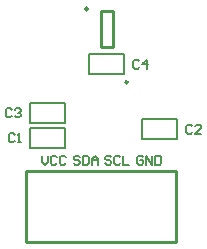
<source format=gto>
G04*
G04 #@! TF.GenerationSoftware,Altium Limited,CircuitStudio,1.5.2 (30)*
G04*
G04 Layer_Color=15065295*
%FSLAX25Y25*%
%MOIN*%
G70*
G01*
G75*
%ADD22C,0.01000*%
%ADD23C,0.00500*%
%ADD24C,0.00700*%
D22*
X343701Y273622D02*
G03*
X343701Y273622I-394J0D01*
G01*
X330315Y298031D02*
G03*
X330315Y298031I-394J0D01*
G01*
X309646Y220472D02*
Y244094D01*
X359646D01*
Y220472D02*
Y244094D01*
X309646Y220472D02*
X359646D01*
X334646Y285433D02*
Y297244D01*
Y285433D02*
X338583D01*
Y297244D01*
X334646D02*
X338583D01*
D23*
X342520Y276181D02*
Y282874D01*
X330709Y276181D02*
X342520D01*
X330709Y282874D02*
X342520D01*
X330709Y276181D02*
Y282874D01*
X348425Y254527D02*
Y261221D01*
X360236D01*
X348425Y254527D02*
X360236D01*
Y261221D01*
X322835Y251772D02*
Y258465D01*
X311024Y251772D02*
X322835D01*
X311024Y258465D02*
X322835D01*
X311024Y251772D02*
Y258465D01*
X322835Y260039D02*
Y266732D01*
X311024Y260039D02*
X322835D01*
X311024Y266732D02*
X322835D01*
X311024Y260039D02*
Y266732D01*
D24*
X348850Y248562D02*
X348350Y249062D01*
X347350D01*
X346850Y248562D01*
Y246563D01*
X347350Y246063D01*
X348350D01*
X348850Y246563D01*
Y247563D01*
X347850D01*
X349849Y246063D02*
Y249062D01*
X351849Y246063D01*
Y249062D01*
X352849D02*
Y246063D01*
X354348D01*
X354848Y246563D01*
Y248562D01*
X354348Y249062D01*
X352849D01*
X338220Y248562D02*
X337720Y249062D01*
X336720D01*
X336221Y248562D01*
Y248062D01*
X336720Y247563D01*
X337720D01*
X338220Y247063D01*
Y246563D01*
X337720Y246063D01*
X336720D01*
X336221Y246563D01*
X341219Y248562D02*
X340719Y249062D01*
X339719D01*
X339219Y248562D01*
Y246563D01*
X339719Y246063D01*
X340719D01*
X341219Y246563D01*
X342218Y249062D02*
Y246063D01*
X344218D01*
X327590Y248562D02*
X327090Y249062D01*
X326090D01*
X325590Y248562D01*
Y248062D01*
X326090Y247563D01*
X327090D01*
X327590Y247063D01*
Y246563D01*
X327090Y246063D01*
X326090D01*
X325590Y246563D01*
X328590Y249062D02*
Y246063D01*
X330089D01*
X330589Y246563D01*
Y248562D01*
X330089Y249062D01*
X328590D01*
X331589Y246063D02*
Y248062D01*
X332588Y249062D01*
X333588Y248062D01*
Y246063D01*
Y247563D01*
X331589D01*
X314961Y249062D02*
Y247063D01*
X315960Y246063D01*
X316960Y247063D01*
Y249062D01*
X319959Y248562D02*
X319459Y249062D01*
X318460D01*
X317960Y248562D01*
Y246563D01*
X318460Y246063D01*
X319459D01*
X319959Y246563D01*
X322958Y248562D02*
X322458Y249062D01*
X321459D01*
X320959Y248562D01*
Y246563D01*
X321459Y246063D01*
X322458D01*
X322958Y246563D01*
X347473Y280536D02*
X346973Y281036D01*
X345974D01*
X345474Y280536D01*
Y278537D01*
X345974Y278037D01*
X346973D01*
X347473Y278537D01*
X349973Y278037D02*
Y281036D01*
X348473Y279537D01*
X350472D01*
X365173Y258836D02*
X364673Y259336D01*
X363674D01*
X363174Y258836D01*
Y256837D01*
X363674Y256337D01*
X364673D01*
X365173Y256837D01*
X368172Y256337D02*
X366173D01*
X368172Y258336D01*
Y258836D01*
X367673Y259336D01*
X366673D01*
X366173Y258836D01*
X306073Y256112D02*
X305574Y256612D01*
X304574D01*
X304074Y256112D01*
Y254112D01*
X304574Y253613D01*
X305574D01*
X306073Y254112D01*
X307073Y253613D02*
X308073D01*
X307573D01*
Y256612D01*
X307073Y256112D01*
X305073Y264337D02*
X304573Y264837D01*
X303574D01*
X303074Y264337D01*
Y262338D01*
X303574Y261838D01*
X304573D01*
X305073Y262338D01*
X306073Y264337D02*
X306573Y264837D01*
X307573D01*
X308072Y264337D01*
Y263837D01*
X307573Y263337D01*
X307073D01*
X307573D01*
X308072Y262838D01*
Y262338D01*
X307573Y261838D01*
X306573D01*
X306073Y262338D01*
M02*

</source>
